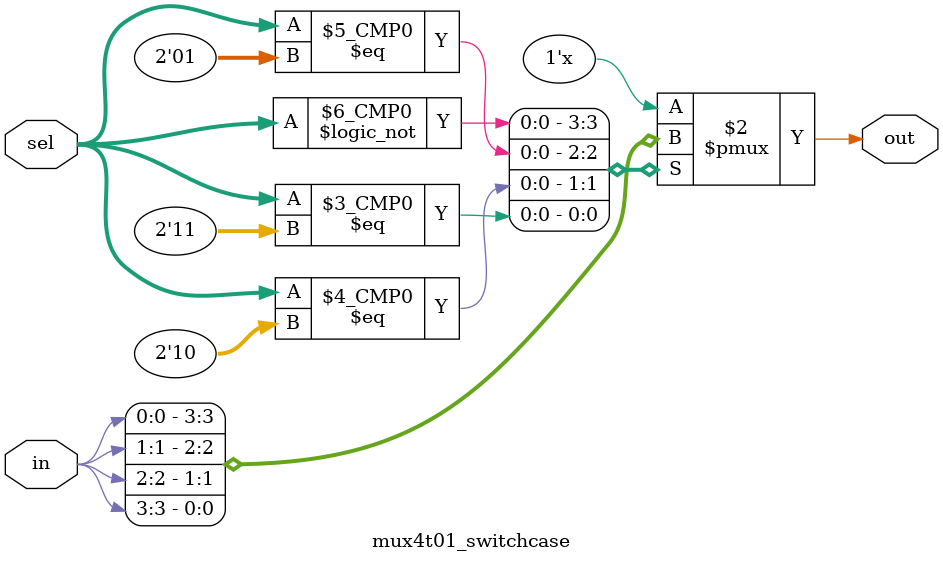
<source format=v>
`timescale 1ns / 1ps
module mux4t01_switchcase(sel,in,out);

input [1:0]sel;
input [3:0]in;
output out;
reg out;
always @ (sel or in)
begin
	case(sel)
		2'b00: out = in[0];
		2'b01: out = in[1];
		2'b10: out = in[2];
		2'b11: out = in[3];
	endcase
end

endmodule

</source>
